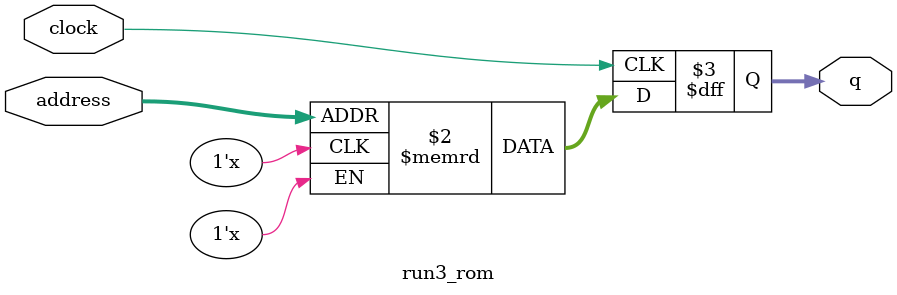
<source format=sv>
module run3_rom (
	input logic clock,
	input logic [11:0] address,
	output logic [3:0] q
);

logic [3:0] memory [0:2399] /* synthesis ram_init_file = "./run3/run3.mif" */;

always_ff @ (posedge clock) begin
	q <= memory[address];
end

endmodule

</source>
